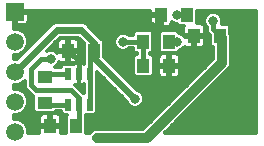
<source format=gbl>
G75*
%MOIN*%
%OFA0B0*%
%FSLAX25Y25*%
%IPPOS*%
%LPD*%
%AMOC8*
5,1,8,0,0,1.08239X$1,22.5*
%
%ADD10R,0.04000X0.05000*%
%ADD11R,0.05000X0.04000*%
%ADD12R,0.01969X0.03937*%
%ADD13R,0.05900X0.05900*%
%ADD14C,0.05900*%
%ADD15C,0.01600*%
%ADD16C,0.03200*%
%ADD17C,0.01200*%
%ADD18C,0.02400*%
%ADD19C,0.03200*%
D10*
X0018281Y0014415D03*
X0026880Y0014415D03*
X0049320Y0034415D03*
X0057919Y0034415D03*
X0057880Y0042415D03*
X0049281Y0042415D03*
X0055281Y0051415D03*
X0063880Y0051415D03*
X0066281Y0044415D03*
X0074880Y0044415D03*
X0032880Y0039415D03*
X0024281Y0039415D03*
D11*
X0016600Y0030694D03*
X0016600Y0022096D03*
D12*
X0024120Y0021415D03*
X0027860Y0021415D03*
X0031600Y0021415D03*
X0031600Y0031651D03*
X0027860Y0031651D03*
X0024120Y0031651D03*
D13*
X0006600Y0052415D03*
D14*
X0006600Y0012415D03*
X0006600Y0022415D03*
X0006600Y0032415D03*
X0006600Y0042415D03*
D15*
X0015300Y0036615D02*
X0018400Y0036615D01*
X0015300Y0036615D02*
X0012000Y0033315D01*
X0012000Y0027915D01*
X0013500Y0026415D01*
X0025100Y0026415D01*
X0027900Y0023615D01*
X0027900Y0021455D01*
X0027860Y0021415D01*
X0027860Y0015395D01*
X0026880Y0014415D01*
X0024120Y0021415D02*
X0017281Y0021415D01*
X0016600Y0022096D01*
X0016600Y0030694D02*
X0017557Y0031651D01*
X0024120Y0031651D01*
X0027860Y0031651D02*
X0027860Y0035836D01*
X0024281Y0039415D01*
X0031600Y0038135D02*
X0031600Y0031651D01*
X0031600Y0021415D01*
X0049281Y0034454D02*
X0049281Y0042415D01*
X0042600Y0042415D01*
X0032880Y0039415D02*
X0031600Y0038135D01*
X0049281Y0034454D02*
X0049320Y0034415D01*
X0057880Y0042415D02*
X0060600Y0042415D01*
X0055281Y0050096D02*
X0052600Y0047415D01*
X0055281Y0050096D02*
X0055281Y0051415D01*
X0072600Y0049415D02*
X0072600Y0046694D01*
X0074880Y0044415D01*
D16*
X0072600Y0049415D03*
X0079200Y0049915D03*
X0070400Y0039515D03*
X0060600Y0042415D03*
X0052600Y0047415D03*
X0060600Y0051415D03*
X0043600Y0047415D03*
X0042600Y0042415D03*
X0039600Y0038315D03*
X0024600Y0038415D03*
X0018400Y0036615D03*
X0008800Y0027415D03*
X0010600Y0017315D03*
X0032600Y0015315D03*
X0034000Y0010415D03*
X0054100Y0019715D03*
X0046600Y0023415D03*
X0055600Y0027415D03*
D17*
X0055708Y0030315D02*
X0057519Y0030315D01*
X0057519Y0034015D01*
X0054319Y0034015D01*
X0054319Y0031704D01*
X0054428Y0031297D01*
X0054639Y0030932D01*
X0054936Y0030634D01*
X0055301Y0030424D01*
X0055708Y0030315D01*
X0054404Y0031385D02*
X0052720Y0031385D01*
X0052720Y0031335D02*
X0052720Y0037495D01*
X0051900Y0038315D01*
X0051481Y0038315D01*
X0051481Y0038515D01*
X0051861Y0038515D01*
X0052681Y0039335D01*
X0052681Y0045495D01*
X0051861Y0046315D01*
X0046701Y0046315D01*
X0045881Y0045495D01*
X0045881Y0044615D01*
X0044643Y0044615D01*
X0044299Y0044958D01*
X0043197Y0045415D01*
X0042003Y0045415D01*
X0040901Y0044958D01*
X0040057Y0044114D01*
X0039600Y0043011D01*
X0039600Y0041818D01*
X0040057Y0040715D01*
X0040901Y0039871D01*
X0042003Y0039415D01*
X0043197Y0039415D01*
X0044299Y0039871D01*
X0044643Y0040215D01*
X0045881Y0040215D01*
X0045881Y0039335D01*
X0046701Y0038515D01*
X0047081Y0038515D01*
X0047081Y0038315D01*
X0046741Y0038315D01*
X0045920Y0037495D01*
X0045920Y0031335D01*
X0046741Y0030515D01*
X0051900Y0030515D01*
X0052720Y0031335D01*
X0052720Y0032583D02*
X0054319Y0032583D01*
X0054319Y0033782D02*
X0052720Y0033782D01*
X0052720Y0034980D02*
X0054319Y0034980D01*
X0054319Y0034815D02*
X0057519Y0034815D01*
X0057519Y0038515D01*
X0055708Y0038515D01*
X0055301Y0038406D01*
X0054936Y0038195D01*
X0054639Y0037897D01*
X0054428Y0037532D01*
X0054319Y0037125D01*
X0054319Y0034815D01*
X0054319Y0036179D02*
X0052720Y0036179D01*
X0052720Y0037377D02*
X0054386Y0037377D01*
X0055300Y0038515D02*
X0060459Y0038515D01*
X0061280Y0039335D01*
X0061280Y0039449D01*
X0062299Y0039871D01*
X0063143Y0040715D01*
X0063165Y0040768D01*
X0063299Y0040634D01*
X0063664Y0040424D01*
X0064070Y0040315D01*
X0065881Y0040315D01*
X0065881Y0044015D01*
X0063184Y0044015D01*
X0063143Y0044114D01*
X0062299Y0044958D01*
X0061280Y0045380D01*
X0061280Y0045495D01*
X0060459Y0046315D01*
X0055300Y0046315D01*
X0054480Y0045495D01*
X0054480Y0039335D01*
X0055300Y0038515D01*
X0055238Y0038576D02*
X0051922Y0038576D01*
X0052681Y0039774D02*
X0054480Y0039774D01*
X0054480Y0040973D02*
X0052681Y0040973D01*
X0052681Y0042172D02*
X0054480Y0042172D01*
X0054480Y0043370D02*
X0052681Y0043370D01*
X0052681Y0044569D02*
X0054480Y0044569D01*
X0054752Y0045767D02*
X0052409Y0045767D01*
X0052664Y0047424D02*
X0052299Y0047634D01*
X0052001Y0047932D01*
X0051790Y0048297D01*
X0051681Y0048704D01*
X0051681Y0051015D01*
X0054881Y0051015D01*
X0054881Y0051815D01*
X0051681Y0051815D01*
X0051681Y0052815D01*
X0011150Y0052815D01*
X0011150Y0052790D01*
X0006975Y0052790D01*
X0006975Y0052040D01*
X0011150Y0052040D01*
X0011150Y0049254D01*
X0011041Y0048847D01*
X0010830Y0048482D01*
X0010532Y0048184D01*
X0010168Y0047974D01*
X0009761Y0047865D01*
X0006975Y0047865D01*
X0006975Y0052040D01*
X0006225Y0052040D01*
X0006225Y0047865D01*
X0006200Y0047865D01*
X0006200Y0046765D01*
X0007465Y0046765D01*
X0009064Y0046102D01*
X0010288Y0044879D01*
X0010950Y0043280D01*
X0010950Y0041549D01*
X0010288Y0039951D01*
X0009064Y0038727D01*
X0007465Y0038065D01*
X0006200Y0038065D01*
X0006200Y0036765D01*
X0007273Y0036765D01*
X0018396Y0047887D01*
X0019127Y0048619D01*
X0020083Y0049015D01*
X0029117Y0049015D01*
X0030073Y0048619D01*
X0034352Y0044339D01*
X0035084Y0043608D01*
X0035205Y0043315D01*
X0035459Y0043315D01*
X0036280Y0042495D01*
X0036280Y0037412D01*
X0047334Y0026358D01*
X0048299Y0025958D01*
X0049143Y0025114D01*
X0049600Y0024011D01*
X0049600Y0022818D01*
X0049143Y0021715D01*
X0048299Y0020871D01*
X0047197Y0020415D01*
X0046003Y0020415D01*
X0044901Y0020871D01*
X0044057Y0021715D01*
X0043657Y0022681D01*
X0033984Y0032354D01*
X0033984Y0029102D01*
X0033800Y0028918D01*
X0033800Y0024147D01*
X0033984Y0023963D01*
X0033984Y0018866D01*
X0033164Y0018046D01*
X0030060Y0018046D01*
X0030060Y0017714D01*
X0030280Y0017495D01*
X0030280Y0012015D01*
X0031416Y0012015D01*
X0031457Y0012114D01*
X0032301Y0012958D01*
X0033403Y0013415D01*
X0049357Y0013415D01*
X0072600Y0036657D01*
X0072600Y0040515D01*
X0072300Y0040515D01*
X0071480Y0041335D01*
X0071480Y0044703D01*
X0070400Y0045783D01*
X0070400Y0047372D01*
X0070057Y0047715D01*
X0069600Y0048818D01*
X0069600Y0050011D01*
X0070057Y0051114D01*
X0070901Y0051958D01*
X0072003Y0052415D01*
X0073197Y0052415D01*
X0074299Y0051958D01*
X0075143Y0051114D01*
X0075600Y0050011D01*
X0075600Y0048818D01*
X0075392Y0048315D01*
X0077459Y0048315D01*
X0078280Y0047495D01*
X0078280Y0045065D01*
X0078600Y0044291D01*
X0078600Y0034818D01*
X0078143Y0033715D01*
X0077299Y0032871D01*
X0056443Y0012015D01*
X0087000Y0012015D01*
X0087000Y0052815D01*
X0067280Y0052815D01*
X0067280Y0048515D01*
X0068492Y0048515D01*
X0068899Y0048406D01*
X0069264Y0048195D01*
X0069561Y0047897D01*
X0069772Y0047532D01*
X0069881Y0047125D01*
X0069881Y0044815D01*
X0066681Y0044815D01*
X0066681Y0044015D01*
X0069881Y0044015D01*
X0069881Y0041704D01*
X0069772Y0041297D01*
X0069561Y0040932D01*
X0069264Y0040634D01*
X0068899Y0040424D01*
X0068492Y0040315D01*
X0066681Y0040315D01*
X0066681Y0044015D01*
X0065881Y0044015D01*
X0065881Y0044815D01*
X0062681Y0044815D01*
X0062681Y0047125D01*
X0062785Y0047515D01*
X0061300Y0047515D01*
X0060480Y0048335D01*
X0060480Y0048415D01*
X0060003Y0048415D01*
X0058901Y0048871D01*
X0058881Y0048891D01*
X0058881Y0048704D01*
X0058772Y0048297D01*
X0058561Y0047932D01*
X0058264Y0047634D01*
X0057899Y0047424D01*
X0057492Y0047315D01*
X0055681Y0047315D01*
X0055681Y0051015D01*
X0054881Y0051015D01*
X0054881Y0047315D01*
X0053070Y0047315D01*
X0052664Y0047424D01*
X0051867Y0048164D02*
X0030528Y0048164D01*
X0031726Y0046966D02*
X0062681Y0046966D01*
X0062681Y0045767D02*
X0061007Y0045767D01*
X0062689Y0044569D02*
X0065881Y0044569D01*
X0066681Y0044569D02*
X0071480Y0044569D01*
X0070416Y0045767D02*
X0069881Y0045767D01*
X0069881Y0046966D02*
X0070400Y0046966D01*
X0069871Y0048164D02*
X0069294Y0048164D01*
X0069600Y0049363D02*
X0067280Y0049363D01*
X0067280Y0050561D02*
X0069828Y0050561D01*
X0070702Y0051760D02*
X0067280Y0051760D01*
X0063880Y0051415D02*
X0060600Y0051415D01*
X0060650Y0048164D02*
X0058695Y0048164D01*
X0055681Y0048164D02*
X0054881Y0048164D01*
X0054881Y0049363D02*
X0055681Y0049363D01*
X0055681Y0050561D02*
X0054881Y0050561D01*
X0054881Y0051760D02*
X0011150Y0051760D01*
X0011150Y0050561D02*
X0051681Y0050561D01*
X0051681Y0049363D02*
X0011150Y0049363D01*
X0010497Y0048164D02*
X0018672Y0048164D01*
X0017474Y0046966D02*
X0006200Y0046966D01*
X0006225Y0048164D02*
X0006975Y0048164D01*
X0006975Y0049363D02*
X0006225Y0049363D01*
X0006225Y0050561D02*
X0006975Y0050561D01*
X0006975Y0051760D02*
X0006225Y0051760D01*
X0009399Y0045767D02*
X0016275Y0045767D01*
X0015077Y0044569D02*
X0010416Y0044569D01*
X0010913Y0043370D02*
X0013878Y0043370D01*
X0012680Y0042172D02*
X0010950Y0042172D01*
X0010711Y0040973D02*
X0011481Y0040973D01*
X0010283Y0039774D02*
X0010112Y0039774D01*
X0009084Y0038576D02*
X0008700Y0038576D01*
X0007886Y0037377D02*
X0006200Y0037377D01*
X0017246Y0039384D02*
X0021677Y0043815D01*
X0027523Y0043815D01*
X0029480Y0041858D01*
X0029480Y0039126D01*
X0029400Y0039046D01*
X0029400Y0035127D01*
X0029055Y0035219D01*
X0027860Y0035219D01*
X0027860Y0031651D01*
X0027860Y0031651D01*
X0027860Y0035219D01*
X0026665Y0035219D01*
X0026258Y0035110D01*
X0025893Y0034900D01*
X0025848Y0034855D01*
X0025684Y0035019D01*
X0022556Y0035019D01*
X0021735Y0034199D01*
X0021735Y0033851D01*
X0019923Y0033851D01*
X0019819Y0033955D01*
X0020099Y0034071D01*
X0020943Y0034915D01*
X0021258Y0035675D01*
X0021299Y0035634D01*
X0021664Y0035424D01*
X0022070Y0035315D01*
X0023881Y0035315D01*
X0023881Y0039015D01*
X0020681Y0039015D01*
X0020681Y0038576D01*
X0020099Y0039158D01*
X0018997Y0039615D01*
X0017803Y0039615D01*
X0017246Y0039384D01*
X0017637Y0039774D02*
X0023881Y0039774D01*
X0023881Y0039815D02*
X0023881Y0039015D01*
X0024681Y0039015D01*
X0024681Y0039815D01*
X0023881Y0039815D01*
X0023881Y0043515D01*
X0022070Y0043515D01*
X0021664Y0043406D01*
X0021299Y0043195D01*
X0021001Y0042897D01*
X0020790Y0042532D01*
X0020681Y0042125D01*
X0020681Y0039815D01*
X0023881Y0039815D01*
X0024681Y0039815D02*
X0024681Y0043515D01*
X0026492Y0043515D01*
X0026899Y0043406D01*
X0027264Y0043195D01*
X0027561Y0042897D01*
X0027772Y0042532D01*
X0027881Y0042125D01*
X0027881Y0039815D01*
X0024681Y0039815D01*
X0024681Y0039774D02*
X0029480Y0039774D01*
X0029480Y0040973D02*
X0027881Y0040973D01*
X0027869Y0042172D02*
X0029166Y0042172D01*
X0027968Y0043370D02*
X0026960Y0043370D01*
X0024681Y0043370D02*
X0023881Y0043370D01*
X0023881Y0042172D02*
X0024681Y0042172D01*
X0024681Y0040973D02*
X0023881Y0040973D01*
X0024681Y0039015D02*
X0027881Y0039015D01*
X0027881Y0036704D01*
X0027772Y0036297D01*
X0027561Y0035932D01*
X0027264Y0035634D01*
X0026899Y0035424D01*
X0026492Y0035315D01*
X0024681Y0035315D01*
X0024681Y0039015D01*
X0024681Y0038576D02*
X0023881Y0038576D01*
X0023881Y0037377D02*
X0024681Y0037377D01*
X0024681Y0036179D02*
X0023881Y0036179D01*
X0022517Y0034980D02*
X0020970Y0034980D01*
X0025723Y0034980D02*
X0026033Y0034980D01*
X0027860Y0034980D02*
X0027860Y0034980D01*
X0027860Y0033782D02*
X0027860Y0033782D01*
X0027860Y0032583D02*
X0027860Y0032583D01*
X0027860Y0031651D02*
X0027860Y0028082D01*
X0029055Y0028082D01*
X0029400Y0028175D01*
X0029400Y0025226D01*
X0027300Y0027326D01*
X0026499Y0028127D01*
X0026665Y0028082D01*
X0027860Y0028082D01*
X0027860Y0031651D01*
X0027860Y0031651D01*
X0027860Y0031385D02*
X0027860Y0031385D01*
X0027860Y0030186D02*
X0027860Y0030186D01*
X0027860Y0028988D02*
X0027860Y0028988D01*
X0026837Y0027789D02*
X0029400Y0027789D01*
X0029400Y0026591D02*
X0028035Y0026591D01*
X0029234Y0025392D02*
X0029400Y0025392D01*
X0033800Y0025392D02*
X0040945Y0025392D01*
X0039747Y0026591D02*
X0033800Y0026591D01*
X0033800Y0027789D02*
X0038548Y0027789D01*
X0037350Y0028988D02*
X0033870Y0028988D01*
X0033984Y0030186D02*
X0036151Y0030186D01*
X0034953Y0031385D02*
X0033984Y0031385D01*
X0038711Y0034980D02*
X0045920Y0034980D01*
X0045920Y0033782D02*
X0039910Y0033782D01*
X0041108Y0032583D02*
X0045920Y0032583D01*
X0045920Y0031385D02*
X0042307Y0031385D01*
X0043505Y0030186D02*
X0066129Y0030186D01*
X0064931Y0028988D02*
X0044704Y0028988D01*
X0045902Y0027789D02*
X0063732Y0027789D01*
X0062534Y0026591D02*
X0047101Y0026591D01*
X0048865Y0025392D02*
X0061335Y0025392D01*
X0060137Y0024194D02*
X0049524Y0024194D01*
X0049600Y0022995D02*
X0058938Y0022995D01*
X0057739Y0021797D02*
X0049177Y0021797D01*
X0047640Y0020598D02*
X0056541Y0020598D01*
X0055342Y0019400D02*
X0033984Y0019400D01*
X0033319Y0018201D02*
X0054144Y0018201D01*
X0052945Y0017003D02*
X0030280Y0017003D01*
X0030280Y0015804D02*
X0051747Y0015804D01*
X0050548Y0014606D02*
X0030280Y0014606D01*
X0030280Y0013407D02*
X0033385Y0013407D01*
X0031551Y0012209D02*
X0030280Y0012209D01*
X0023480Y0012209D02*
X0021881Y0012209D01*
X0021881Y0012015D02*
X0021881Y0014015D01*
X0018681Y0014015D01*
X0018681Y0014815D01*
X0017881Y0014815D01*
X0017881Y0018515D01*
X0016070Y0018515D01*
X0015664Y0018406D01*
X0015299Y0018195D01*
X0015001Y0017897D01*
X0014790Y0017532D01*
X0014681Y0017125D01*
X0014681Y0014815D01*
X0017881Y0014815D01*
X0017881Y0014015D01*
X0014681Y0014015D01*
X0014681Y0012015D01*
X0010950Y0012015D01*
X0010950Y0013280D01*
X0010288Y0014879D01*
X0009064Y0016102D01*
X0007465Y0016765D01*
X0006200Y0016765D01*
X0006200Y0018065D01*
X0007465Y0018065D01*
X0009064Y0018727D01*
X0010288Y0019951D01*
X0010950Y0021549D01*
X0010950Y0023280D01*
X0010288Y0024879D01*
X0009064Y0026102D01*
X0007465Y0026765D01*
X0006200Y0026765D01*
X0006200Y0028065D01*
X0007465Y0028065D01*
X0009064Y0028727D01*
X0009800Y0029463D01*
X0009800Y0027003D01*
X0011089Y0025715D01*
X0012589Y0024215D01*
X0012700Y0024215D01*
X0012700Y0019516D01*
X0013520Y0018696D01*
X0019680Y0018696D01*
X0020199Y0019215D01*
X0021735Y0019215D01*
X0021735Y0018866D01*
X0022556Y0018046D01*
X0024031Y0018046D01*
X0023480Y0017495D01*
X0023480Y0012015D01*
X0021881Y0012015D01*
X0021881Y0013407D02*
X0023480Y0013407D01*
X0023480Y0014606D02*
X0018681Y0014606D01*
X0018681Y0014815D02*
X0021881Y0014815D01*
X0021881Y0017125D01*
X0021772Y0017532D01*
X0021561Y0017897D01*
X0021264Y0018195D01*
X0020899Y0018406D01*
X0020492Y0018515D01*
X0018681Y0018515D01*
X0018681Y0014815D01*
X0017881Y0014606D02*
X0010401Y0014606D01*
X0010897Y0013407D02*
X0014681Y0013407D01*
X0014681Y0012209D02*
X0010950Y0012209D01*
X0009362Y0015804D02*
X0014681Y0015804D01*
X0014681Y0017003D02*
X0006200Y0017003D01*
X0007795Y0018201D02*
X0015310Y0018201D01*
X0012816Y0019400D02*
X0009737Y0019400D01*
X0010556Y0020598D02*
X0012700Y0020598D01*
X0012700Y0021797D02*
X0010950Y0021797D01*
X0010950Y0022995D02*
X0012700Y0022995D01*
X0012700Y0024194D02*
X0010571Y0024194D01*
X0009774Y0025392D02*
X0011411Y0025392D01*
X0010213Y0026591D02*
X0007885Y0026591D01*
X0006200Y0027789D02*
X0009800Y0027789D01*
X0009800Y0028988D02*
X0009325Y0028988D01*
X0017881Y0018201D02*
X0018681Y0018201D01*
X0018681Y0017003D02*
X0017881Y0017003D01*
X0017881Y0015804D02*
X0018681Y0015804D01*
X0021881Y0015804D02*
X0023480Y0015804D01*
X0023480Y0017003D02*
X0021881Y0017003D01*
X0022400Y0018201D02*
X0021253Y0018201D01*
X0033800Y0024194D02*
X0042144Y0024194D01*
X0043342Y0022995D02*
X0033984Y0022995D01*
X0033984Y0021797D02*
X0044023Y0021797D01*
X0045560Y0020598D02*
X0033984Y0020598D01*
X0056637Y0012209D02*
X0087000Y0012209D01*
X0087000Y0013407D02*
X0057835Y0013407D01*
X0059034Y0014606D02*
X0087000Y0014606D01*
X0087000Y0015804D02*
X0060232Y0015804D01*
X0061431Y0017003D02*
X0087000Y0017003D01*
X0087000Y0018201D02*
X0062629Y0018201D01*
X0063828Y0019400D02*
X0087000Y0019400D01*
X0087000Y0020598D02*
X0065026Y0020598D01*
X0066225Y0021797D02*
X0087000Y0021797D01*
X0087000Y0022995D02*
X0067423Y0022995D01*
X0068622Y0024194D02*
X0087000Y0024194D01*
X0087000Y0025392D02*
X0069820Y0025392D01*
X0071019Y0026591D02*
X0087000Y0026591D01*
X0087000Y0027789D02*
X0072217Y0027789D01*
X0073416Y0028988D02*
X0087000Y0028988D01*
X0087000Y0030186D02*
X0074614Y0030186D01*
X0075813Y0031385D02*
X0087000Y0031385D01*
X0087000Y0032583D02*
X0077011Y0032583D01*
X0078171Y0033782D02*
X0087000Y0033782D01*
X0087000Y0034980D02*
X0078600Y0034980D01*
X0078600Y0036179D02*
X0087000Y0036179D01*
X0087000Y0037377D02*
X0078600Y0037377D01*
X0078600Y0038576D02*
X0087000Y0038576D01*
X0087000Y0039774D02*
X0078600Y0039774D01*
X0078600Y0040973D02*
X0087000Y0040973D01*
X0087000Y0042172D02*
X0078600Y0042172D01*
X0078600Y0043370D02*
X0087000Y0043370D01*
X0087000Y0044569D02*
X0078485Y0044569D01*
X0078280Y0045767D02*
X0087000Y0045767D01*
X0087000Y0046966D02*
X0078280Y0046966D01*
X0077610Y0048164D02*
X0087000Y0048164D01*
X0087000Y0049363D02*
X0075600Y0049363D01*
X0075372Y0050561D02*
X0087000Y0050561D01*
X0087000Y0051760D02*
X0074498Y0051760D01*
X0071480Y0043370D02*
X0069881Y0043370D01*
X0069881Y0042172D02*
X0071480Y0042172D01*
X0071841Y0040973D02*
X0069585Y0040973D01*
X0066681Y0040973D02*
X0065881Y0040973D01*
X0065881Y0042172D02*
X0066681Y0042172D01*
X0066681Y0043370D02*
X0065881Y0043370D01*
X0062065Y0039774D02*
X0072600Y0039774D01*
X0072600Y0038576D02*
X0060521Y0038576D01*
X0060536Y0038406D02*
X0060130Y0038515D01*
X0058319Y0038515D01*
X0058319Y0034815D01*
X0057519Y0034815D01*
X0057519Y0034015D01*
X0058319Y0034015D01*
X0058319Y0034815D01*
X0061519Y0034815D01*
X0061519Y0037125D01*
X0061410Y0037532D01*
X0061199Y0037897D01*
X0060901Y0038195D01*
X0060536Y0038406D01*
X0061451Y0037377D02*
X0072600Y0037377D01*
X0072122Y0036179D02*
X0061519Y0036179D01*
X0061519Y0034980D02*
X0070923Y0034980D01*
X0069725Y0033782D02*
X0061519Y0033782D01*
X0061519Y0034015D02*
X0061519Y0031704D01*
X0061410Y0031297D01*
X0061199Y0030932D01*
X0060901Y0030634D01*
X0060536Y0030424D01*
X0060130Y0030315D01*
X0058319Y0030315D01*
X0058319Y0034015D01*
X0061519Y0034015D01*
X0061519Y0032583D02*
X0068526Y0032583D01*
X0067328Y0031385D02*
X0061433Y0031385D01*
X0058319Y0031385D02*
X0057519Y0031385D01*
X0057519Y0032583D02*
X0058319Y0032583D01*
X0058319Y0033782D02*
X0057519Y0033782D01*
X0057519Y0034980D02*
X0058319Y0034980D01*
X0058319Y0036179D02*
X0057519Y0036179D01*
X0057519Y0037377D02*
X0058319Y0037377D01*
X0046640Y0038576D02*
X0036280Y0038576D01*
X0036280Y0039774D02*
X0041135Y0039774D01*
X0039950Y0040973D02*
X0036280Y0040973D01*
X0036280Y0042172D02*
X0039600Y0042172D01*
X0039749Y0043370D02*
X0035182Y0043370D01*
X0034123Y0044569D02*
X0040511Y0044569D01*
X0046154Y0045767D02*
X0032925Y0045767D01*
X0029400Y0038576D02*
X0027881Y0038576D01*
X0027881Y0037377D02*
X0029400Y0037377D01*
X0029400Y0036179D02*
X0027704Y0036179D01*
X0020681Y0040973D02*
X0018835Y0040973D01*
X0020034Y0042172D02*
X0020693Y0042172D01*
X0021232Y0043370D02*
X0021602Y0043370D01*
X0036314Y0037377D02*
X0045920Y0037377D01*
X0045920Y0036179D02*
X0037513Y0036179D01*
X0044065Y0039774D02*
X0045881Y0039774D01*
D18*
X0032880Y0039415D02*
X0032880Y0037135D01*
X0046600Y0023415D01*
X0032880Y0039415D02*
X0032880Y0042135D01*
X0028600Y0046415D01*
X0020600Y0046415D01*
X0006600Y0032415D01*
D19*
X0034000Y0010415D02*
X0050600Y0010415D01*
X0075600Y0035415D01*
X0075600Y0043694D01*
X0074880Y0044415D01*
M02*

</source>
